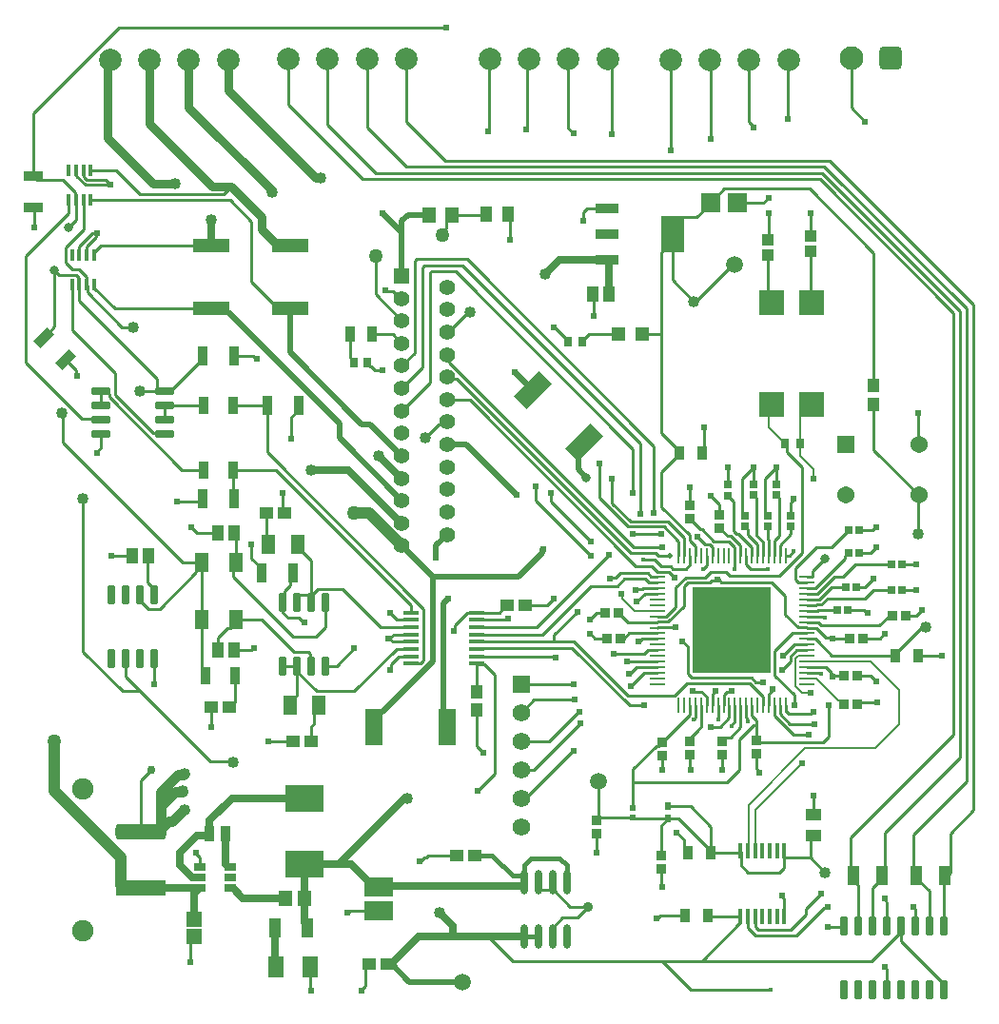
<source format=gbr>
G04*
G04 #@! TF.GenerationSoftware,Altium Limited,Altium Designer,25.2.1 (25)*
G04*
G04 Layer_Physical_Order=1*
G04 Layer_Color=255*
%FSLAX25Y25*%
%MOIN*%
G70*
G04*
G04 #@! TF.SameCoordinates,93333BF9-B9FA-480E-9F15-3530D08D3613*
G04*
G04*
G04 #@! TF.FilePolarity,Positive*
G04*
G01*
G75*
%ADD16C,0.01000*%
%ADD18R,0.04758X0.03985*%
%ADD19O,0.02362X0.08661*%
%ADD20R,0.08465X0.12795*%
%ADD21R,0.08465X0.03740*%
G04:AMPARAMS|DCode=22|XSize=62.99mil|YSize=125.98mil|CornerRadius=0mil|HoleSize=0mil|Usage=FLASHONLY|Rotation=315.000|XOffset=0mil|YOffset=0mil|HoleType=Round|Shape=Rectangle|*
%AMROTATEDRECTD22*
4,1,4,-0.06681,-0.02227,0.02227,0.06681,0.06681,0.02227,-0.02227,-0.06681,-0.06681,-0.02227,0.0*
%
%ADD22ROTATEDRECTD22*%

%ADD23R,0.03963X0.05544*%
%ADD24R,0.05800X0.01400*%
%ADD25R,0.04724X0.05709*%
%ADD26R,0.06299X0.12598*%
%ADD27R,0.09055X0.08661*%
%ADD28R,0.04134X0.07087*%
%ADD29R,0.01797X0.03928*%
%ADD30R,0.04724X0.04724*%
%ADD31R,0.02894X0.03394*%
G04:AMPARAMS|DCode=32|XSize=271.65mil|YSize=303.15mil|CornerRadius=1.36mil|HoleSize=0mil|Usage=FLASHONLY|Rotation=180.000|XOffset=0mil|YOffset=0mil|HoleType=Round|Shape=RoundedRectangle|*
%AMROUNDEDRECTD32*
21,1,0.27165,0.30043,0,0,180.0*
21,1,0.26894,0.30315,0,0,180.0*
1,1,0.00272,-0.13447,0.15022*
1,1,0.00272,0.13447,0.15022*
1,1,0.00272,0.13447,-0.15022*
1,1,0.00272,-0.13447,-0.15022*
%
%ADD32ROUNDEDRECTD32*%
G04:AMPARAMS|DCode=33|XSize=9.84mil|YSize=51.18mil|CornerRadius=1.97mil|HoleSize=0mil|Usage=FLASHONLY|Rotation=180.000|XOffset=0mil|YOffset=0mil|HoleType=Round|Shape=RoundedRectangle|*
%AMROUNDEDRECTD33*
21,1,0.00984,0.04724,0,0,180.0*
21,1,0.00591,0.05118,0,0,180.0*
1,1,0.00394,-0.00295,0.02362*
1,1,0.00394,0.00295,0.02362*
1,1,0.00394,0.00295,-0.02362*
1,1,0.00394,-0.00295,-0.02362*
%
%ADD33ROUNDEDRECTD33*%
G04:AMPARAMS|DCode=34|XSize=9.84mil|YSize=51.18mil|CornerRadius=1.97mil|HoleSize=0mil|Usage=FLASHONLY|Rotation=270.000|XOffset=0mil|YOffset=0mil|HoleType=Round|Shape=RoundedRectangle|*
%AMROUNDEDRECTD34*
21,1,0.00984,0.04724,0,0,270.0*
21,1,0.00591,0.05118,0,0,270.0*
1,1,0.00394,-0.02362,-0.00295*
1,1,0.00394,-0.02362,0.00295*
1,1,0.00394,0.02362,0.00295*
1,1,0.00394,0.02362,-0.00295*
%
%ADD34ROUNDEDRECTD34*%
%ADD35R,0.06693X0.03740*%
%ADD36R,0.02362X0.02953*%
%ADD37R,0.03740X0.06693*%
%ADD38R,0.04724X0.06890*%
%ADD39R,0.04921X0.07087*%
G04:AMPARAMS|DCode=40|XSize=25.59mil|YSize=64.96mil|CornerRadius=1.92mil|HoleSize=0mil|Usage=FLASHONLY|Rotation=180.000|XOffset=0mil|YOffset=0mil|HoleType=Round|Shape=RoundedRectangle|*
%AMROUNDEDRECTD40*
21,1,0.02559,0.06112,0,0,180.0*
21,1,0.02175,0.06496,0,0,180.0*
1,1,0.00384,-0.01088,0.03056*
1,1,0.00384,0.01088,0.03056*
1,1,0.00384,0.01088,-0.03056*
1,1,0.00384,-0.01088,-0.03056*
%
%ADD40ROUNDEDRECTD40*%
%ADD41R,0.03985X0.04758*%
%ADD42R,0.03543X0.06102*%
%ADD43R,0.03740X0.06693*%
%ADD44R,0.02953X0.03543*%
%ADD45R,0.03740X0.05709*%
G04:AMPARAMS|DCode=46|XSize=25.59mil|YSize=64.96mil|CornerRadius=1.92mil|HoleSize=0mil|Usage=FLASHONLY|Rotation=90.000|XOffset=0mil|YOffset=0mil|HoleType=Round|Shape=RoundedRectangle|*
%AMROUNDEDRECTD46*
21,1,0.02559,0.06112,0,0,90.0*
21,1,0.02175,0.06496,0,0,90.0*
1,1,0.00384,0.03056,0.01088*
1,1,0.00384,0.03056,-0.01088*
1,1,0.00384,-0.03056,-0.01088*
1,1,0.00384,-0.03056,0.01088*
%
%ADD46ROUNDEDRECTD46*%
G04:AMPARAMS|DCode=47|XSize=37.4mil|YSize=66.93mil|CornerRadius=0mil|HoleSize=0mil|Usage=FLASHONLY|Rotation=315.000|XOffset=0mil|YOffset=0mil|HoleType=Round|Shape=Rectangle|*
%AMROTATEDRECTD47*
4,1,4,-0.03689,-0.01044,0.01044,0.03689,0.03689,0.01044,-0.01044,-0.03689,-0.03689,-0.01044,0.0*
%
%ADD47ROTATEDRECTD47*%

%ADD48R,0.12828X0.04550*%
%ADD49R,0.04331X0.05315*%
%ADD50R,0.03568X0.03563*%
%ADD51R,0.03563X0.03568*%
%ADD52R,0.02648X0.02816*%
%ADD53R,0.02816X0.02648*%
%ADD54R,0.04182X0.04560*%
%ADD55R,0.03765X0.04749*%
%ADD56R,0.06905X0.07111*%
%ADD57R,0.04134X0.04134*%
%ADD58R,0.05339X0.07316*%
G04:AMPARAMS|DCode=59|XSize=43.31mil|YSize=23.62mil|CornerRadius=2.01mil|HoleSize=0mil|Usage=FLASHONLY|Rotation=0.000|XOffset=0mil|YOffset=0mil|HoleType=Round|Shape=RoundedRectangle|*
%AMROUNDEDRECTD59*
21,1,0.04331,0.01961,0,0,0.0*
21,1,0.03929,0.02362,0,0,0.0*
1,1,0.00402,0.01965,-0.00980*
1,1,0.00402,-0.01965,-0.00980*
1,1,0.00402,-0.01965,0.00980*
1,1,0.00402,0.01965,0.00980*
%
%ADD59ROUNDEDRECTD59*%
G04:AMPARAMS|DCode=60|XSize=55.12mil|YSize=177.17mil|CornerRadius=13.78mil|HoleSize=0mil|Usage=FLASHONLY|Rotation=270.000|XOffset=0mil|YOffset=0mil|HoleType=Round|Shape=RoundedRectangle|*
%AMROUNDEDRECTD60*
21,1,0.05512,0.14961,0,0,270.0*
21,1,0.02756,0.17717,0,0,270.0*
1,1,0.02756,-0.07480,-0.01378*
1,1,0.02756,-0.07480,0.01378*
1,1,0.02756,0.07480,0.01378*
1,1,0.02756,0.07480,-0.01378*
%
%ADD60ROUNDEDRECTD60*%
%ADD61R,0.17717X0.05512*%
%ADD62R,0.03740X0.05315*%
%ADD63R,0.10261X0.06704*%
%ADD64R,0.01772X0.05807*%
%ADD65R,0.02254X0.02423*%
%ADD66R,0.03150X0.03740*%
%ADD67R,0.05733X0.05426*%
%ADD68R,0.05315X0.03937*%
%ADD69R,0.13500X0.09500*%
%ADD70R,0.04331X0.06693*%
%ADD71R,0.04921X0.05709*%
%ADD101C,0.06181*%
%ADD102R,0.06181X0.06181*%
%ADD105R,0.06063X0.06063*%
%ADD106C,0.06063*%
%ADD108C,0.03200*%
%ADD110C,0.02400*%
%ADD113C,0.04000*%
%ADD116C,0.03500*%
%ADD117C,0.02000*%
%ADD118C,0.02500*%
%ADD119C,0.01500*%
%ADD120C,0.00850*%
%ADD121C,0.03000*%
%ADD122C,0.00800*%
%ADD123C,0.04000*%
%ADD124C,0.08268*%
G04:AMPARAMS|DCode=125|XSize=82.68mil|YSize=82.68mil|CornerRadius=20.67mil|HoleSize=0mil|Usage=FLASHONLY|Rotation=180.000|XOffset=0mil|YOffset=0mil|HoleType=Round|Shape=RoundedRectangle|*
%AMROUNDEDRECTD125*
21,1,0.08268,0.04134,0,0,180.0*
21,1,0.04134,0.08268,0,0,180.0*
1,1,0.04134,-0.02067,0.02067*
1,1,0.04134,0.02067,0.02067*
1,1,0.04134,0.02067,-0.02067*
1,1,0.04134,-0.02067,-0.02067*
%
%ADD125ROUNDEDRECTD125*%
%ADD126C,0.07874*%
%ADD127R,0.05492X0.05492*%
%ADD128C,0.05492*%
%ADD129C,0.05906*%
%ADD130C,0.07480*%
%ADD131C,0.03000*%
%ADD132C,0.03600*%
%ADD133C,0.01600*%
%ADD134C,0.02000*%
%ADD135C,0.01968*%
%ADD136C,0.05000*%
D16*
X185129Y42799D02*
X189933D01*
X123870Y9248D02*
Y17000D01*
X45276Y81276D02*
X49000Y85000D01*
X45276Y63342D02*
Y81276D01*
X143000Y53000D02*
X143379D01*
X144647Y54268D01*
X145268D01*
X146000Y55000D02*
X156000D01*
X145268Y54268D02*
X146000Y55000D01*
X198232Y33232D02*
X202000Y37000D01*
X193031Y33232D02*
X198232D01*
X189500Y29701D02*
X193031Y33232D01*
X189500Y26551D02*
Y29701D01*
X195732Y37000D02*
X202000D01*
X189933Y42799D02*
X195732Y37000D01*
X184500Y43429D02*
X185129Y42799D01*
X184500Y43429D02*
Y45449D01*
X294110Y316890D02*
Y334150D01*
Y316890D02*
X299000Y312000D01*
X238000Y8000D02*
X266000D01*
X228000Y18000D02*
X238000Y8000D01*
X228000Y18000D02*
X241908D01*
X138261Y311939D02*
X151795Y298406D01*
X110702Y310798D02*
X127700Y293800D01*
X124482Y310018D02*
X138094Y296406D01*
X96923Y317777D02*
X122900Y291800D01*
X283200D02*
X330000Y245000D01*
X284028Y293800D02*
X332200Y245628D01*
X138094Y296406D02*
X284695D01*
X151795Y298406D02*
X286494D01*
X127700Y293800D02*
X284028D01*
X122900Y291800D02*
X283200D01*
X286494Y298406D02*
X337000Y247900D01*
X284695Y296406D02*
X334500Y246600D01*
X200401Y277399D02*
Y280268D01*
X201688Y281555D01*
X231500Y256500D02*
X239000Y249000D01*
X239550D01*
X252550Y262000D01*
X253100D01*
X231500Y256500D02*
Y270335D01*
X201688Y281555D02*
X208665D01*
X203744Y251500D02*
X204000Y251244D01*
Y244000D02*
Y251244D01*
X174700Y270600D02*
Y278643D01*
X173844Y279500D02*
X174700Y278643D01*
X190327Y240000D02*
X195077Y235250D01*
X190000Y240000D02*
X190327D01*
X326500Y46500D02*
X328800Y48800D01*
X138261Y311939D02*
Y333800D01*
X315992Y48000D02*
Y62392D01*
Y48000D02*
X321500Y42492D01*
X124482Y310018D02*
Y333800D01*
X306004Y48000D02*
Y63004D01*
X301500Y43496D02*
X306004Y48000D01*
X110702Y310798D02*
Y333800D01*
X293996Y46917D02*
Y61296D01*
X96923Y317777D02*
Y333800D01*
X7600Y315035D02*
X37465Y344900D01*
X152300D01*
X7800Y275000D02*
Y281688D01*
X7600Y281888D02*
X7800Y281688D01*
X7600Y292912D02*
Y315035D01*
X100779Y146178D02*
X105000D01*
X105092D01*
X139831Y134941D02*
X140000D01*
X129257D02*
X139831D01*
X163000Y93200D02*
X165400Y90800D01*
X163000Y93200D02*
Y105843D01*
X163200Y77600D02*
X169200Y83600D01*
Y118300D01*
X163031Y121946D02*
X165554D01*
X169200Y118300D01*
X162831Y122146D02*
X163031Y121946D01*
X205600Y67829D02*
Y80900D01*
X144900Y201100D02*
X149692Y205892D01*
X151640D01*
X152500Y206752D01*
Y238248D02*
X152924D01*
X160076Y245400D01*
X160500D01*
X205600Y67829D02*
X206084Y68313D01*
X205000Y67229D02*
X205600Y67829D01*
X227500Y202957D02*
Y237500D01*
X328800Y48800D02*
Y62600D01*
X337000Y70800D02*
Y247900D01*
X328800Y62600D02*
X337000Y70800D01*
X334500Y80900D02*
Y246600D01*
X315992Y62392D02*
X334500Y80900D01*
X306004Y63004D02*
X332200Y89200D01*
Y245628D01*
X330000Y97300D02*
Y245000D01*
X293996Y61296D02*
X330000Y97300D01*
X20000Y280000D02*
Y284572D01*
X25118Y279266D02*
Y284572D01*
X27677D02*
X76428D01*
X22720Y292980D02*
Y294839D01*
Y292980D02*
X25800Y289900D01*
X25279Y292415D02*
Y294839D01*
X22530Y277530D02*
Y284542D01*
X263207Y283500D02*
X265107Y285400D01*
X265125D01*
X265000Y270440D02*
X265125Y270565D01*
X254130Y283500D02*
X263207D01*
X265125Y270565D02*
Y280000D01*
X280000Y271815D02*
Y280000D01*
X227500Y266335D02*
X231500Y270335D01*
Y272500D01*
X195077Y235000D02*
Y235250D01*
X199923Y235000D02*
Y235250D01*
X202173Y237500D01*
X212500D01*
X220768D02*
X227500D01*
Y266335D01*
X178500Y105000D02*
X183000Y109500D01*
X197300D01*
X188382Y95000D02*
X198582Y105200D01*
X178500Y95000D02*
X188382D01*
X198582Y105200D02*
X198800D01*
X182900Y85000D02*
X199100Y101200D01*
X178500Y85000D02*
X182900D01*
X317500Y125000D02*
X326000D01*
X296364Y108000D02*
X297064Y108700D01*
X303100D01*
X152275Y277538D02*
X154137Y279400D01*
X152275Y274457D02*
Y277538D01*
X151000Y273182D02*
X152275Y274457D01*
X151000Y272100D02*
Y273182D01*
X166256Y279400D02*
X166357Y279500D01*
X154137Y279400D02*
X166256D01*
X166095Y279762D02*
X166357Y279500D01*
X7600Y292912D02*
X8970Y291542D01*
X18014D01*
X22398Y287157D01*
Y284733D02*
Y287157D01*
Y284733D02*
X22559Y284572D01*
X25800Y289900D02*
X34500D01*
X22559Y295000D02*
X22720Y294839D01*
X34500Y289900D02*
Y290072D01*
X33036Y291536D02*
X34500Y290072D01*
X26157Y291536D02*
X33036D01*
X25279Y292415D02*
X26157Y291536D01*
X25118Y295000D02*
X25279Y294839D01*
X269000Y49000D02*
X270504Y50504D01*
Y56394D01*
X258000Y49000D02*
X269000D01*
X227500Y65335D02*
X230000Y67835D01*
X233658D01*
X230000Y72165D02*
X237835D01*
X217739Y68074D02*
X229761D01*
X105874Y105638D02*
X107736Y107500D01*
X97500D02*
Y108583D01*
X65000Y168000D02*
X72244D01*
X63000Y170000D02*
X65000Y168000D01*
X95000Y175657D02*
X95657Y175000D01*
X95000Y175657D02*
Y182000D01*
X100118Y162989D02*
Y164072D01*
Y162989D02*
X105000Y158107D01*
X105874Y100961D02*
Y105638D01*
X90000Y95000D02*
X98686D01*
X100000Y111083D02*
Y119409D01*
X106909Y112500D01*
X260000Y184884D02*
Y191000D01*
X256000Y187000D02*
X260000Y191000D01*
X256000Y175378D02*
X256176Y175202D01*
Y174708D02*
X257000Y173884D01*
X256176Y174708D02*
Y175202D01*
X256000Y175378D02*
Y187000D01*
X278131Y36131D02*
X283500Y41500D01*
X278131Y34131D02*
Y36131D01*
X273029Y29030D02*
X278131Y34131D01*
X122500Y7879D02*
X123870Y9248D01*
X122500Y7500D02*
Y7879D01*
X305621Y132500D02*
X306000D01*
X304121Y131000D02*
X305621Y132500D01*
X298364Y131000D02*
X304121D01*
X237500Y177500D02*
Y183771D01*
X287359Y125000D02*
X309429D01*
X31378Y212500D02*
Y217500D01*
X102121Y136500D02*
X102500D01*
X100497Y138124D02*
X102121Y136500D01*
X96876Y138124D02*
X100497D01*
X311500Y28154D02*
Y30122D01*
Y24847D02*
Y28154D01*
X326500Y7878D02*
Y9847D01*
X311500Y24847D02*
X326500Y9847D01*
X286000Y30000D02*
X291378D01*
X296364Y118000D02*
X301000D01*
X303000Y116000D01*
X299621Y140000D02*
X300000D01*
X298621Y141000D02*
X299621Y140000D01*
X292884Y141000D02*
X298621D01*
X299000Y149000D02*
X302000Y152000D01*
X296000Y149000D02*
X299000D01*
X270000Y40621D02*
Y41000D01*
Y40621D02*
X270677Y39944D01*
Y33433D02*
Y39944D01*
X281000Y69087D02*
Y76000D01*
X233000Y63000D02*
X235547Y60453D01*
Y57382D02*
Y60453D01*
Y57382D02*
X236929Y56000D01*
X162831Y112326D02*
X163000Y112157D01*
X162831Y112326D02*
Y122146D01*
X120000Y112500D02*
X134764Y127264D01*
X139831D01*
X106909Y112500D02*
X120000D01*
X113878Y121378D02*
X120000Y127500D01*
X115827Y148370D02*
X129257Y134941D01*
X205000Y56000D02*
Y62500D01*
X228000Y85000D02*
Y90000D01*
X237500Y85879D02*
Y90136D01*
Y85879D02*
X238000Y85379D01*
X249000Y85000D02*
Y90136D01*
X238000Y85000D02*
Y85379D01*
X132314Y131000D02*
X132379D01*
X132000D02*
X132314D01*
X133491Y129823D01*
X139831D01*
X132379Y131000D02*
X133761Y132382D01*
X162831Y137500D02*
X173121D01*
X173621Y138000D01*
X174000D01*
X133761Y132382D02*
X139831D01*
X143194Y122346D02*
X144231Y123383D01*
X140031Y122346D02*
X143194D01*
X144231Y123383D02*
Y141380D01*
X131000Y253000D02*
X131268Y252732D01*
X133420D01*
X136093Y250059D01*
X136752D01*
X84000Y158965D02*
Y164000D01*
Y158965D02*
X87488Y155476D01*
Y154000D02*
Y155476D01*
X95658Y147659D02*
X97739Y149739D01*
X95658Y144281D02*
Y147659D01*
X95000Y143622D02*
X95658Y144281D01*
X97739Y153227D02*
X98512Y154000D01*
X97739Y149739D02*
Y153227D01*
X77500Y152500D02*
Y156496D01*
X78504Y157500D01*
X66496Y137500D02*
Y157500D01*
X64535Y155539D02*
X66496Y157500D01*
X95029Y139971D02*
Y143593D01*
Y139971D02*
X96876Y138124D01*
X106500Y131500D02*
X110000Y135000D01*
Y143622D01*
X98500Y131500D02*
X106500D01*
X77500Y152500D02*
X98500Y131500D01*
X98000Y208512D02*
X100512Y211024D01*
X98000Y201000D02*
Y208512D01*
X95000Y143622D02*
X95029Y143593D01*
X78504Y137500D02*
X87500D01*
X98874Y126126D02*
X103874D01*
X87500Y137500D02*
X98874Y126126D01*
X100512Y211024D02*
Y212500D01*
X29903Y272903D02*
X30000Y273000D01*
X29732Y272732D02*
X29903Y272903D01*
X29732Y271732D02*
Y272732D01*
X26280Y265214D02*
Y268280D01*
X29732Y271732D01*
X23720Y268344D02*
X28279Y272903D01*
X23720Y265214D02*
Y268344D01*
X28279Y272903D02*
X29903D01*
X28839Y266280D02*
X31087Y268529D01*
X70000D01*
X22732Y223268D02*
X23000Y223000D01*
X22732Y223268D02*
Y224768D01*
X18897Y228603D02*
X22732Y224768D01*
X18897Y228603D02*
Y228603D01*
X235307Y278473D02*
X239945D01*
X264176Y174708D02*
X265000Y173884D01*
X264000Y175378D02*
X264176Y175202D01*
X264000Y187000D02*
X268000Y191000D01*
X264176Y174708D02*
Y175202D01*
X264000Y175378D02*
Y187000D01*
X274000Y179621D02*
Y180000D01*
X273000Y178621D02*
X274000Y179621D01*
X273000Y174000D02*
Y178621D01*
X268000Y184884D02*
Y191000D01*
X251000Y184768D02*
Y191000D01*
X245000Y181000D02*
X248000Y178000D01*
Y174364D02*
Y178000D01*
X228000Y44000D02*
Y44379D01*
X227500Y44879D02*
X228000Y44379D01*
X227500Y44879D02*
Y50271D01*
X262000Y84000D02*
Y84379D01*
X261000Y85379D02*
X262000Y84379D01*
X261000Y85379D02*
Y90636D01*
X317000Y139000D02*
X319000Y141000D01*
X313364Y139000D02*
X317000D01*
X311884Y148000D02*
X317000D01*
X311884Y157000D02*
X317000D01*
X301000Y161000D02*
X303000Y163000D01*
X296884Y161000D02*
X301000D01*
X302621Y170000D02*
X303000D01*
X301621Y169000D02*
X302621Y170000D01*
X297000Y169000D02*
X301621D01*
X226000Y33000D02*
X226379D01*
X227379Y34000D01*
X235965D01*
X306000Y15621D02*
Y16000D01*
Y15621D02*
X306500Y15121D01*
Y7878D02*
Y15121D01*
X291378Y30000D02*
X291500Y30122D01*
X77756Y168000D02*
X78504Y167252D01*
Y157500D02*
Y167252D01*
X127224Y225000D02*
X130000D01*
X125996Y226228D02*
X127224Y225000D01*
X125701Y226228D02*
X125996D01*
X124724Y227205D02*
X125701Y226228D01*
X124724Y227205D02*
Y227500D01*
X85621Y229000D02*
X86000D01*
X84621Y230000D02*
X85621Y229000D01*
X78012Y230000D02*
X84621D01*
X65988Y179000D02*
X66988Y180000D01*
X58000Y179000D02*
X65988D01*
X30000Y196000D02*
Y196379D01*
X31378Y197757D01*
Y202500D01*
X5000Y227500D02*
X24716Y207784D01*
X317500Y210000D02*
X317648Y209852D01*
Y199006D02*
Y209852D01*
Y199006D02*
X317795Y198858D01*
X242035Y196000D02*
X242500Y196465D01*
Y205000D01*
X202500Y132500D02*
X202879D01*
X204379Y131000D01*
X208636D01*
X204998Y139998D02*
X207769D01*
X202500Y137500D02*
X204998Y139998D01*
X207769D02*
X207771Y140000D01*
X187500Y142500D02*
X190000Y145000D01*
X180000Y142500D02*
X187500D01*
X173300D02*
X173686D01*
X170859Y140059D02*
X173300Y142500D01*
X162831Y140059D02*
X170859D01*
X132500Y140000D02*
X135000Y137500D01*
X139831D01*
X132500Y120000D02*
X132768Y120268D01*
Y122041D01*
X135431Y124705D01*
X139831D01*
X70000Y100000D02*
Y106843D01*
X69843Y107000D02*
X70000Y106843D01*
X84621Y127500D02*
X85000D01*
X84121Y127000D02*
X84621Y127500D01*
X77756Y127000D02*
X84121D01*
X50000Y115000D02*
Y123878D01*
X35000Y160000D02*
X42244D01*
X47500Y159744D02*
X47756Y160000D01*
X47500Y150591D02*
Y159744D01*
Y150591D02*
X50000Y148091D01*
Y146122D02*
Y148091D01*
X18074Y199426D02*
X60000Y157500D01*
X18074Y199426D02*
Y209426D01*
X60000Y157500D02*
X66496D01*
X110000Y121378D02*
X113878D01*
X117500Y35000D02*
X117879D01*
X118606Y35728D01*
X128558D01*
X62500Y17500D02*
Y24984D01*
X64000Y26484D01*
X105000Y7500D02*
Y7879D01*
X104508Y8371D02*
X105000Y7879D01*
X104508Y8371D02*
Y16000D01*
X206084Y68313D02*
X217500D01*
X227500Y55000D02*
Y65335D01*
X233965Y195508D02*
Y196000D01*
X227500Y202957D02*
X233965Y196492D01*
Y196000D02*
Y196492D01*
X217500Y68313D02*
X217739Y68074D01*
X229761D02*
X230000Y67835D01*
X245000Y56492D02*
Y65000D01*
X233658Y67835D02*
X245000Y56492D01*
Y56000D02*
Y56492D01*
X237835Y72165D02*
X245000Y65000D01*
Y56000D02*
X254937D01*
X255323Y56386D01*
Y56567D01*
X279837Y60837D02*
X281000Y62000D01*
X279837Y54163D02*
Y60837D01*
X255496Y51504D02*
Y56394D01*
Y51504D02*
X258000Y49000D01*
X255323Y56567D02*
X255496Y56394D01*
X270504D02*
X270677Y56567D01*
Y54549D02*
X271063Y54163D01*
X279837D01*
X285000Y49000D01*
X241908Y18000D02*
X301346D01*
X311500Y28154D01*
X260664Y27029D02*
X275046D01*
X284749Y36732D01*
X260614Y29908D02*
X261493Y29030D01*
X273029D01*
X258055Y29639D02*
X260664Y27029D01*
X285732Y36732D02*
X286000Y37000D01*
X284749Y36732D02*
X285732D01*
X257882Y33433D02*
X258055Y33260D01*
Y29639D02*
Y33260D01*
X316000Y36621D02*
Y37000D01*
Y36621D02*
X316500Y36121D01*
Y30122D02*
Y36121D01*
X241908Y18000D02*
X255323Y31415D01*
X175445Y18000D02*
X228000D01*
X306268Y38946D02*
Y39732D01*
X306500Y30122D02*
Y38714D01*
X306000Y40000D02*
X306268Y39732D01*
Y38946D02*
X306500Y38714D01*
X260441Y33433D02*
X260614Y33260D01*
Y29908D02*
Y33260D01*
X326500Y30122D02*
Y46500D01*
X321500Y30122D02*
Y42492D01*
X296500Y30122D02*
Y44413D01*
X293996Y46917D02*
X296500Y44413D01*
X301500Y30122D02*
Y43496D01*
X255323Y31415D02*
Y33433D01*
X244035Y34000D02*
X244602Y33433D01*
X255323D01*
X167000Y26445D02*
X175445Y18000D01*
X302000Y196937D02*
X317795Y181142D01*
X302000Y196937D02*
Y213000D01*
X105000Y146178D02*
Y158107D01*
Y143622D02*
Y146178D01*
X89343Y164611D02*
X89882Y164072D01*
X89343Y164611D02*
Y175000D01*
X92500Y190000D02*
X139831Y142669D01*
Y140059D02*
Y142669D01*
X77716Y190000D02*
X92500D01*
X120000Y227500D02*
Y227795D01*
X118661Y229134D02*
X120000Y227795D01*
X118661Y229134D02*
Y237500D01*
X126339D02*
X133563D01*
X136752Y234311D01*
X127500Y251437D02*
X136752Y242185D01*
X127500Y251437D02*
Y265000D01*
X66988Y228524D02*
Y230000D01*
X65618Y227153D02*
X66988Y228524D01*
X65244Y227153D02*
X65618D01*
X55590Y217500D02*
X65244Y227153D01*
X53622Y217500D02*
X55590D01*
X11103Y236397D02*
Y236397D01*
X15000Y240295D01*
Y260000D01*
X5000Y265000D02*
X20000Y280000D01*
X5000Y227500D02*
Y265000D01*
X24716Y207784D02*
X31094D01*
X31378Y207500D01*
X89488Y196124D02*
X144231Y141380D01*
X89488Y196124D02*
Y212500D01*
X100000Y145399D02*
X100779Y146178D01*
X95000Y121378D02*
X100000D01*
X105092Y146178D02*
X107284Y148370D01*
X115827D01*
X139831Y122146D02*
X140031Y122346D01*
X78504Y136417D02*
Y137500D01*
X76543Y134457D02*
X78504Y136417D01*
X75543Y134457D02*
X76543D01*
X72244Y131158D02*
X75543Y134457D01*
X72244Y127000D02*
Y131158D01*
X64535Y154121D02*
Y155539D01*
X51788Y141374D02*
X64535Y154121D01*
X47780Y141374D02*
X51788D01*
X45000Y144153D02*
X47780Y141374D01*
X45000Y144153D02*
Y146122D01*
X25118Y279266D02*
X25118Y279266D01*
Y274154D02*
Y279266D01*
X18763Y267799D02*
X25118Y274154D01*
X20000Y275000D02*
X22530Y277530D01*
X18763Y262629D02*
Y267799D01*
Y262629D02*
X21142Y260250D01*
X23510D01*
X26119Y257641D01*
Y254947D02*
Y257641D01*
Y254947D02*
X26280Y254786D01*
X15069Y259931D02*
X16750Y258250D01*
X22681D01*
X23560Y257371D01*
Y254947D02*
Y257371D01*
Y254947D02*
X23720Y254786D01*
X22530Y284542D02*
X22559Y284572D01*
X17500Y210000D02*
X18074Y209426D01*
X26280Y254786D02*
X26440Y254626D01*
Y252201D02*
Y254626D01*
Y252201D02*
X38641Y240000D01*
X42500D01*
X36088Y246472D02*
X70000D01*
X28839Y253720D02*
X36088Y246472D01*
X23720Y249378D02*
X51066Y222032D01*
X23720Y249378D02*
Y254786D01*
X51066Y218280D02*
Y222032D01*
Y218280D02*
X51846Y217500D01*
X45000D02*
X51846D01*
X25000Y126281D02*
Y180000D01*
Y126281D02*
X38781Y112500D01*
X45000D01*
X69713Y87787D01*
X21161Y238839D02*
X36201Y223799D01*
Y216299D02*
Y223799D01*
X21161Y238839D02*
Y254786D01*
X36201Y216299D02*
X49543Y202957D01*
X53165D02*
X53622Y202500D01*
X49543Y202957D02*
X53165D01*
X40000Y117500D02*
X45000Y112500D01*
X69713Y87787D02*
X77213D01*
X40000Y117500D02*
Y123878D01*
X77213Y87787D02*
X77500Y87500D01*
X309429Y125492D02*
X318249Y134312D01*
X319727D01*
X320301Y134886D01*
X317500Y167500D02*
X317648Y167648D01*
Y180994D01*
X317795Y181142D01*
X76428Y284572D02*
X84000Y277000D01*
Y255833D02*
X93361Y246472D01*
X84000Y255833D02*
Y277000D01*
X76224Y107000D02*
X76543D01*
X76157D02*
X76224D01*
X76543D02*
X78216Y108673D01*
Y118000D01*
X67783D02*
Y119280D01*
X66496Y120567D02*
X67783Y119280D01*
X66496Y120567D02*
Y137500D01*
X76224Y107000D02*
X77716Y108492D01*
X66996Y118787D02*
X67783Y118000D01*
X100000Y119409D02*
Y121378D01*
X97500Y108583D02*
X100000Y111083D01*
X105000Y95000D02*
Y100087D01*
X105874Y100961D01*
X88039Y173696D02*
X89343Y175000D01*
X77716Y180295D02*
X78012Y180000D01*
X77716Y180295D02*
Y190000D01*
Y212500D02*
X89488D01*
X53622D02*
X67283D01*
X104543Y121835D02*
X105000Y121378D01*
X103874Y126126D02*
X104543Y125457D01*
Y121835D02*
Y125457D01*
X100000Y143622D02*
Y145399D01*
X31378Y217500D02*
X33346D01*
X34126Y216721D01*
Y215460D02*
Y216721D01*
Y215460D02*
X59586Y190000D01*
X67283D01*
X93361Y246472D02*
X97500D01*
X28839Y253720D02*
Y254786D01*
Y265214D02*
Y266280D01*
D18*
X156000Y55000D02*
D03*
X162314D02*
D03*
X125343Y17000D02*
D03*
X131657D02*
D03*
X89343Y175000D02*
D03*
X95657D02*
D03*
X105000Y95000D02*
D03*
X98686D02*
D03*
X180000Y142500D02*
D03*
X173686D02*
D03*
X69843Y107000D02*
D03*
X76157D02*
D03*
D19*
X179500Y26551D02*
D03*
X184500D02*
D03*
X189500D02*
D03*
X194500D02*
D03*
X179500Y45449D02*
D03*
X184500D02*
D03*
X189500D02*
D03*
X194500D02*
D03*
D20*
X231500Y272500D02*
D03*
D21*
X208665Y263445D02*
D03*
Y272500D02*
D03*
Y281555D02*
D03*
D22*
X200748Y199652D02*
D03*
X182652Y217748D02*
D03*
D23*
X173844Y279500D02*
D03*
X166357D02*
D03*
D24*
X162831Y140059D02*
D03*
Y137500D02*
D03*
Y134941D02*
D03*
Y132382D02*
D03*
Y129823D02*
D03*
Y127264D02*
D03*
Y124705D02*
D03*
Y122146D02*
D03*
X139831D02*
D03*
Y124705D02*
D03*
Y127264D02*
D03*
Y129823D02*
D03*
Y132382D02*
D03*
Y134941D02*
D03*
Y137500D02*
D03*
Y140059D02*
D03*
D25*
X146263Y279400D02*
D03*
X154137D02*
D03*
D26*
X126905Y100000D02*
D03*
X152495D02*
D03*
D27*
X266329Y248433D02*
D03*
Y213000D02*
D03*
X280108D02*
D03*
Y248433D02*
D03*
D28*
X305020Y48000D02*
D03*
X294980D02*
D03*
X316976D02*
D03*
X327016D02*
D03*
D29*
X27677Y295000D02*
D03*
X25118D02*
D03*
X22559D02*
D03*
X20000D02*
D03*
Y284572D02*
D03*
X22559D02*
D03*
X25118D02*
D03*
X27677D02*
D03*
X28839Y254786D02*
D03*
X26280D02*
D03*
X23720D02*
D03*
X21161D02*
D03*
Y265214D02*
D03*
X23720D02*
D03*
X26280D02*
D03*
X28839D02*
D03*
D30*
X220768Y237500D02*
D03*
X212500D02*
D03*
D31*
X199923Y235000D02*
D03*
X195077D02*
D03*
D32*
X252401Y133747D02*
D03*
D33*
X271101Y107566D02*
D03*
X269133D02*
D03*
X267164D02*
D03*
X265196D02*
D03*
X263227D02*
D03*
X261259D02*
D03*
X259290D02*
D03*
X257322D02*
D03*
X255353D02*
D03*
X253385D02*
D03*
X251416D02*
D03*
X249448D02*
D03*
X247479D02*
D03*
X245511D02*
D03*
X243542D02*
D03*
X241574D02*
D03*
X239605D02*
D03*
X237637D02*
D03*
X235668D02*
D03*
X233700D02*
D03*
Y159928D02*
D03*
X235668D02*
D03*
X237637D02*
D03*
X239605D02*
D03*
X241574D02*
D03*
X243542D02*
D03*
X245511D02*
D03*
X247479D02*
D03*
X249448D02*
D03*
X251416D02*
D03*
X253385D02*
D03*
X255353D02*
D03*
X257322D02*
D03*
X259290D02*
D03*
X261259D02*
D03*
X263227D02*
D03*
X265196D02*
D03*
X267164D02*
D03*
X269133D02*
D03*
X271101D02*
D03*
D34*
X226220Y115046D02*
D03*
Y117015D02*
D03*
Y118983D02*
D03*
Y120952D02*
D03*
Y122920D02*
D03*
Y124889D02*
D03*
Y126857D02*
D03*
Y128826D02*
D03*
Y130794D02*
D03*
Y132763D02*
D03*
Y134731D02*
D03*
Y136700D02*
D03*
Y138668D02*
D03*
Y140637D02*
D03*
Y142605D02*
D03*
Y144574D02*
D03*
Y146542D02*
D03*
Y148511D02*
D03*
Y150479D02*
D03*
Y152448D02*
D03*
X278582D02*
D03*
Y150479D02*
D03*
Y148511D02*
D03*
Y146542D02*
D03*
Y144574D02*
D03*
Y142605D02*
D03*
Y140637D02*
D03*
Y138668D02*
D03*
Y136700D02*
D03*
Y134731D02*
D03*
Y132763D02*
D03*
Y130794D02*
D03*
Y128826D02*
D03*
Y126857D02*
D03*
Y124889D02*
D03*
Y122920D02*
D03*
Y120952D02*
D03*
Y118983D02*
D03*
Y117015D02*
D03*
Y115046D02*
D03*
D35*
X7600Y292912D02*
D03*
Y281888D02*
D03*
D36*
X230000Y72165D02*
D03*
Y67835D02*
D03*
D37*
X98512Y154000D02*
D03*
X87488D02*
D03*
X66988Y230000D02*
D03*
X78012D02*
D03*
D38*
X100118Y164072D02*
D03*
X89882D02*
D03*
X97500Y107500D02*
D03*
X107736D02*
D03*
D39*
X78504Y137500D02*
D03*
X66496D02*
D03*
Y157500D02*
D03*
X78504D02*
D03*
D40*
X35000Y123878D02*
D03*
X40000D02*
D03*
X45000D02*
D03*
X50000D02*
D03*
X35000Y146122D02*
D03*
X40000D02*
D03*
X45000D02*
D03*
X50000D02*
D03*
X95000Y121378D02*
D03*
X100000D02*
D03*
X105000D02*
D03*
X110000D02*
D03*
X95000Y143622D02*
D03*
X100000D02*
D03*
X105000D02*
D03*
X110000D02*
D03*
X291500Y7878D02*
D03*
X296500D02*
D03*
X301500D02*
D03*
X306500D02*
D03*
X311500D02*
D03*
X316500D02*
D03*
X321500D02*
D03*
X326500D02*
D03*
X291500Y30122D02*
D03*
X296500D02*
D03*
X301500D02*
D03*
X306500D02*
D03*
X311500D02*
D03*
X316500D02*
D03*
X321500D02*
D03*
X326500D02*
D03*
D41*
X163000Y105843D02*
D03*
Y112157D02*
D03*
D42*
X77716Y212500D02*
D03*
X67283D02*
D03*
X77716Y190000D02*
D03*
X67283D02*
D03*
X78216Y118000D02*
D03*
X67783D02*
D03*
D43*
X100512Y212500D02*
D03*
X89488D02*
D03*
X66988Y180000D02*
D03*
X78012D02*
D03*
D44*
X120000Y227500D02*
D03*
X124724D02*
D03*
D45*
X118661Y237500D02*
D03*
X126339D02*
D03*
D46*
X53622Y202500D02*
D03*
Y207500D02*
D03*
Y212500D02*
D03*
Y217500D02*
D03*
X31378Y202500D02*
D03*
Y207500D02*
D03*
Y212500D02*
D03*
Y217500D02*
D03*
D47*
X18897Y228603D02*
D03*
X11103Y236397D02*
D03*
D48*
X70000Y268529D02*
D03*
Y246472D02*
D03*
X97500D02*
D03*
Y268529D02*
D03*
D49*
X72244Y168000D02*
D03*
X77756D02*
D03*
X42244Y160000D02*
D03*
X47756D02*
D03*
X209256Y251500D02*
D03*
X203744D02*
D03*
X72244Y127000D02*
D03*
X77756D02*
D03*
D50*
X237500Y172771D02*
D03*
Y177500D02*
D03*
X249000Y90136D02*
D03*
Y94864D02*
D03*
X261000Y90636D02*
D03*
Y95364D02*
D03*
X228000Y90000D02*
D03*
Y94729D02*
D03*
X237500Y90136D02*
D03*
Y94864D02*
D03*
X248000Y174364D02*
D03*
Y169635D02*
D03*
X205000Y62500D02*
D03*
Y67229D02*
D03*
X227500Y50271D02*
D03*
Y55000D02*
D03*
D51*
X291636Y118000D02*
D03*
X296364D02*
D03*
X207771Y140000D02*
D03*
X212500D02*
D03*
X208636Y131000D02*
D03*
X213364D02*
D03*
X298364D02*
D03*
X293636D02*
D03*
X313364Y139000D02*
D03*
X308636D02*
D03*
X296364Y108000D02*
D03*
X291636D02*
D03*
D52*
X260000Y181116D02*
D03*
Y184884D02*
D03*
X265000Y170116D02*
D03*
Y173884D02*
D03*
X257000Y170116D02*
D03*
Y173884D02*
D03*
X251000Y181000D02*
D03*
Y184768D02*
D03*
X273000Y170232D02*
D03*
Y174000D02*
D03*
X268000Y181116D02*
D03*
Y184884D02*
D03*
D53*
X289116Y141000D02*
D03*
X292884D02*
D03*
X308116Y148000D02*
D03*
X311884D02*
D03*
X292232Y149000D02*
D03*
X296000D02*
D03*
X308116Y157000D02*
D03*
X311884D02*
D03*
X293116Y161000D02*
D03*
X296884D02*
D03*
X293232Y169000D02*
D03*
X297000D02*
D03*
D54*
X302000Y213000D02*
D03*
Y219512D02*
D03*
D55*
X309429Y125000D02*
D03*
X317500D02*
D03*
X242035Y196000D02*
D03*
X233965D02*
D03*
X236929Y56000D02*
D03*
X245000D02*
D03*
X235965Y34000D02*
D03*
X244035D02*
D03*
D56*
X244870Y283500D02*
D03*
X254130D02*
D03*
D57*
X280000Y266500D02*
D03*
Y271815D02*
D03*
X265000Y265125D02*
D03*
Y270440D02*
D03*
D58*
X92492Y16000D02*
D03*
X104508D02*
D03*
D59*
X76630Y50980D02*
D03*
Y47240D02*
D03*
Y43500D02*
D03*
X66000Y50980D02*
D03*
Y47240D02*
D03*
Y43500D02*
D03*
D60*
X45276Y63342D02*
D03*
D61*
Y43657D02*
D03*
D62*
X69095Y62500D02*
D03*
X75000D02*
D03*
D63*
X128558Y44000D02*
D03*
Y35728D02*
D03*
D64*
X255323Y33433D02*
D03*
X257882D02*
D03*
X260441D02*
D03*
X263000D02*
D03*
X265559D02*
D03*
X268118D02*
D03*
X270677D02*
D03*
Y56567D02*
D03*
X268118D02*
D03*
X265559D02*
D03*
X263000D02*
D03*
X260441D02*
D03*
X257882D02*
D03*
X255323D02*
D03*
D65*
X217500Y68313D02*
D03*
Y71687D02*
D03*
D66*
X276315Y199190D02*
D03*
X271000D02*
D03*
D67*
X64000Y26484D02*
D03*
Y32500D02*
D03*
D68*
X281000Y69087D02*
D03*
Y62000D02*
D03*
D69*
X102500Y52000D02*
D03*
Y75000D02*
D03*
D70*
X92291Y29500D02*
D03*
X103709D02*
D03*
D71*
X102693Y40000D02*
D03*
X96000D02*
D03*
D101*
X178500Y65000D02*
D03*
Y75000D02*
D03*
Y85000D02*
D03*
Y95000D02*
D03*
Y105000D02*
D03*
D102*
Y115000D02*
D03*
D105*
X292205Y198858D02*
D03*
D106*
X317795D02*
D03*
X292205Y181142D02*
D03*
X317795D02*
D03*
D108*
X201300Y187200D02*
D03*
X285000Y159000D02*
D03*
X20000Y275000D02*
D03*
X15000Y260000D02*
D03*
D110*
X143000Y53000D02*
D03*
X155000Y133700D02*
D03*
X189000Y182000D02*
D03*
X299000Y312000D02*
D03*
X272000Y313000D02*
D03*
X260000Y310000D02*
D03*
X245000Y306000D02*
D03*
X231000Y302000D02*
D03*
X210400Y307581D02*
D03*
X200401Y277399D02*
D03*
X204000Y244000D02*
D03*
X197000Y307800D02*
D03*
X180400Y309200D02*
D03*
X174700Y270600D02*
D03*
X183625Y184244D02*
D03*
X176300Y224100D02*
D03*
X190000Y240000D02*
D03*
X166800Y308700D02*
D03*
X7800Y275000D02*
D03*
X152300Y344900D02*
D03*
X232200Y152400D02*
D03*
X148700Y159200D02*
D03*
X152800Y144800D02*
D03*
X165400Y90800D02*
D03*
X163200Y77600D02*
D03*
X177000Y181100D02*
D03*
X210400Y186900D02*
D03*
X186100Y162400D02*
D03*
X218500Y147900D02*
D03*
X219000Y143800D02*
D03*
X213600Y146500D02*
D03*
X209600Y152000D02*
D03*
X217500Y181800D02*
D03*
X206000Y192100D02*
D03*
X209200Y160100D02*
D03*
X203000Y160000D02*
D03*
X198100Y140400D02*
D03*
X203000Y165000D02*
D03*
X130000Y280000D02*
D03*
X265125D02*
D03*
Y285400D02*
D03*
X280000Y280000D02*
D03*
X197300Y109500D02*
D03*
X198800Y105200D02*
D03*
X199100Y101200D02*
D03*
X216975Y114400D02*
D03*
X219600Y129900D02*
D03*
X238700Y112690D02*
D03*
X252100D02*
D03*
X246600D02*
D03*
X270187Y124912D02*
D03*
X263300Y115700D02*
D03*
X281400Y101000D02*
D03*
X286400Y107675D02*
D03*
X274100Y107500D02*
D03*
X279300Y97100D02*
D03*
X281000Y105200D02*
D03*
X227500Y167500D02*
D03*
X217500D02*
D03*
X240200Y166500D02*
D03*
X228000Y163000D02*
D03*
X224900Y174875D02*
D03*
X220400Y174700D02*
D03*
X215600Y122875D02*
D03*
X211000Y125500D02*
D03*
X216100Y118600D02*
D03*
X190600Y124400D02*
D03*
X326000Y125000D02*
D03*
X266700Y113200D02*
D03*
X303100Y108700D02*
D03*
X280000Y111800D02*
D03*
X276800Y87400D02*
D03*
X197000Y91700D02*
D03*
X245000Y100000D02*
D03*
X34500Y289900D02*
D03*
X247400Y151500D02*
D03*
X63000Y170000D02*
D03*
X283500Y41500D02*
D03*
X122500Y7500D02*
D03*
X287500Y131000D02*
D03*
X306000Y132500D02*
D03*
X237500Y183771D02*
D03*
X270033Y120000D02*
D03*
X280800Y187000D02*
D03*
X102500Y136500D02*
D03*
X64500Y56000D02*
D03*
X232500Y135000D02*
D03*
X287500Y117500D02*
D03*
X303000Y116000D02*
D03*
X270000Y41000D02*
D03*
X281000Y76000D02*
D03*
X233000Y63000D02*
D03*
X120000Y127500D02*
D03*
X205000Y56000D02*
D03*
X228000Y85000D02*
D03*
X249000D02*
D03*
X238000D02*
D03*
X132000Y131000D02*
D03*
X174000Y138000D02*
D03*
X131000Y253000D02*
D03*
X84000Y164000D02*
D03*
X98000Y201000D02*
D03*
X30000Y273000D02*
D03*
X23000Y223000D02*
D03*
X274000Y180000D02*
D03*
X268000Y191000D02*
D03*
X260000D02*
D03*
X251000D02*
D03*
X245000Y181000D02*
D03*
X302000Y152000D02*
D03*
X300000Y140000D02*
D03*
X228000Y44000D02*
D03*
X262000Y84000D02*
D03*
X303000Y170000D02*
D03*
Y163000D02*
D03*
X319000Y141000D02*
D03*
X317000Y148000D02*
D03*
Y157000D02*
D03*
X226000Y33000D02*
D03*
X306000Y16000D02*
D03*
X286000Y30000D02*
D03*
X95000Y182000D02*
D03*
X130000Y225000D02*
D03*
X86000Y229000D02*
D03*
X58000Y179000D02*
D03*
X30000Y196000D02*
D03*
X317500Y210000D02*
D03*
X242500Y205000D02*
D03*
X202500Y132500D02*
D03*
Y137500D02*
D03*
X190000Y145000D02*
D03*
X132500Y140000D02*
D03*
Y120000D02*
D03*
X70000Y100000D02*
D03*
X85000Y127500D02*
D03*
X50000Y115000D02*
D03*
X35000Y160000D02*
D03*
X90000Y95000D02*
D03*
X117500Y35000D02*
D03*
X62500Y17500D02*
D03*
X105000Y7500D02*
D03*
X235000Y130000D02*
D03*
X286000Y37000D02*
D03*
X197000Y115000D02*
D03*
X316000Y37000D02*
D03*
X306000Y40000D02*
D03*
X221500Y107500D02*
D03*
D113*
X239000Y249000D02*
D03*
X187000Y258500D02*
D03*
X144900Y201100D02*
D03*
X160500Y245400D02*
D03*
X138500Y75000D02*
D03*
X57400Y290100D02*
D03*
X108200Y292200D02*
D03*
X91200Y287400D02*
D03*
X60500Y71000D02*
D03*
Y83500D02*
D03*
X60000Y77500D02*
D03*
X285000Y49000D02*
D03*
X150000Y35000D02*
D03*
X70000Y277500D02*
D03*
X105000Y190000D02*
D03*
X17500Y210000D02*
D03*
X42500Y240000D02*
D03*
X45000Y217500D02*
D03*
X25000Y180000D02*
D03*
X77500Y87500D02*
D03*
X320301Y134886D02*
D03*
X317500Y167500D02*
D03*
X128500Y195000D02*
D03*
D116*
X52912Y64876D02*
X54990Y66955D01*
X56319D01*
X60365Y71000D02*
X60500D01*
X56319Y66955D02*
X60365Y71000D01*
X58404Y83404D02*
X60404D01*
X52256Y77256D02*
X58404Y83404D01*
X60404D02*
X60500Y83500D01*
X57404Y77404D02*
X59904D01*
X60000Y77500D01*
X52256Y72256D02*
X57404Y77404D01*
X52256Y65532D02*
Y72256D01*
Y77256D01*
D117*
X133130Y16897D02*
Y17000D01*
X151300Y143300D02*
X152800Y144800D01*
X151300Y101195D02*
Y143300D01*
Y101195D02*
X152495Y100000D01*
X176300Y224100D02*
X182652Y217748D01*
X198521Y190088D02*
Y197425D01*
Y190088D02*
X201300Y187308D01*
X198521Y197425D02*
X200748Y199652D01*
X201300Y187200D02*
Y187308D01*
X148700Y163582D02*
X152500Y167382D01*
X148700Y159200D02*
Y163582D01*
X136752Y257933D02*
Y273248D01*
X129054Y105299D02*
X129997D01*
X147697Y122999D01*
X126905Y103150D02*
X129054Y105299D01*
X147697Y122999D02*
Y152500D01*
X126905Y100000D02*
Y103150D01*
X186023Y162323D02*
X186100Y162400D01*
X182500Y157500D02*
Y157500D01*
X186023Y161023D01*
Y162323D01*
X177500Y152500D02*
X182500Y157500D01*
X152500Y198878D02*
X159222D01*
X177000Y181100D01*
X147697Y152500D02*
X177500D01*
X133130Y16897D02*
X139328Y10700D01*
X157900D01*
X138900Y279400D02*
X146263D01*
X130000Y280000D02*
X136752Y273248D01*
Y277252D01*
X138900Y279400D01*
X136752Y163445D02*
X147697Y152500D01*
X70000Y246472D02*
X71275Y245196D01*
X75860D01*
X122567Y206041D02*
X125652D01*
X97500Y231109D02*
X122567Y206041D01*
X114854Y201091D02*
X136752Y179193D01*
X114854Y201091D02*
Y206203D01*
X75860Y245196D02*
X114854Y206203D01*
X97500Y231109D02*
Y246472D01*
X125652Y206041D02*
X136752Y194941D01*
D118*
X126559Y44221D02*
X128779D01*
X167000Y26445D02*
X179431D01*
X179500Y44346D02*
Y45449D01*
X179431Y44278D02*
X179500Y44346D01*
X128836Y44278D02*
X179431D01*
X191945Y263445D02*
X208665D01*
X187000Y258500D02*
X191945Y263445D01*
X137500Y75000D02*
X138500D01*
X114500Y52000D02*
X137500Y75000D01*
X150000Y35000D02*
X154736Y30264D01*
X70000Y268529D02*
Y277500D01*
X105000Y190000D02*
X118071D01*
X136752Y171319D01*
X59000Y56000D02*
X64939Y61939D01*
X68533D01*
X69283Y67142D02*
X77140Y75000D01*
X102500D01*
X69283Y62688D02*
Y67142D01*
X59000Y51569D02*
X63260Y47309D01*
X68533Y61939D02*
X69095Y62500D01*
X69283Y62688D01*
X59000Y51569D02*
Y56000D01*
X154736Y26445D02*
Y30264D01*
Y26445D02*
X167000D01*
X209256Y251500D02*
Y262854D01*
X208665Y263445D02*
X209256Y262854D01*
X102500Y52000D02*
X114500D01*
X118780D01*
X142472Y26445D02*
X154736D01*
X133130Y17103D02*
X142472Y26445D01*
X118780Y52000D02*
X126559Y44221D01*
X128779D02*
X128836Y44278D01*
X64000Y32500D02*
Y41500D01*
X65085Y42585D01*
Y43431D01*
X65153Y43500D01*
X66000D01*
X92392Y16100D02*
X92492Y16000D01*
X92392Y16100D02*
Y29400D01*
X92291Y29500D02*
X92392Y29400D01*
X103709Y29500D02*
Y30681D01*
X102693Y31697D02*
X103709Y30681D01*
X102693Y31697D02*
Y40000D01*
X76630Y43500D02*
X77476D01*
X80976Y40000D01*
X96000D01*
X102693D02*
Y51807D01*
X102500Y52000D02*
X102693Y51807D01*
X75783Y50980D02*
X76630D01*
X75000Y51764D02*
X75783Y50980D01*
X75000Y51764D02*
Y62500D01*
X63260Y47309D02*
X65931D01*
X66000Y47240D01*
X45276Y43657D02*
X64996D01*
X65153Y43500D01*
X128500Y195000D02*
X128659D01*
X136592Y187067D01*
X136752D01*
D119*
X162314Y55000D02*
X168404D01*
X175555Y47848D01*
X179102D01*
X179500Y47450D01*
Y45449D02*
Y47450D01*
Y51500D01*
X194500Y45449D02*
Y51500D01*
X192000Y54000D02*
X194500Y51500D01*
X182000Y54000D02*
X192000D01*
X179500Y51500D02*
X182000Y54000D01*
X179500Y26551D02*
X184500D01*
D120*
X155297Y135581D02*
X159500Y139784D01*
X155000Y133700D02*
X155297Y133997D01*
Y135581D01*
X159500Y139784D02*
X162556D01*
X189000Y179000D02*
X203000Y165000D01*
X189000Y179000D02*
Y182000D01*
X152500Y222500D02*
X152993Y222007D01*
X217000Y161000D02*
X225569D01*
X160635Y214477D02*
X218712Y156400D01*
X152649Y214477D02*
X160635D01*
X155993Y222007D02*
X217000Y161000D01*
X152993Y222007D02*
X155993D01*
X218712Y156400D02*
X224406D01*
X272069Y333531D02*
X272139Y333600D01*
X272069Y313069D02*
Y333531D01*
X272000Y313000D02*
X272069Y313069D01*
X258359Y311859D02*
Y333600D01*
Y311859D02*
X260000Y310218D01*
Y310000D02*
Y310218D01*
X244580Y333600D02*
X244790Y333390D01*
Y306210D02*
Y333390D01*
Y306210D02*
X245000Y306000D01*
X230800Y333600D02*
X230900Y333500D01*
Y302100D02*
Y333500D01*
Y302100D02*
X231000Y302000D01*
X208859Y334000D02*
X210103Y332756D01*
Y307877D02*
Y332756D01*
Y307877D02*
X210400Y307581D01*
X195080Y309720D02*
Y334000D01*
Y309720D02*
X197000Y307800D01*
X180697Y333397D02*
X181300Y334000D01*
X180697Y309497D02*
Y333397D01*
X180400Y309200D02*
X180697Y309497D01*
X167097Y333576D02*
X167520Y334000D01*
X167097Y308997D02*
Y333576D01*
X166800Y308700D02*
X167097Y308997D01*
X183700Y179300D02*
Y184169D01*
X183625Y184244D02*
X183700Y184169D01*
X227702Y156250D02*
X230865D01*
X225327Y158625D02*
X227702Y156250D01*
X221225Y158625D02*
X225327D01*
X230865Y156250D02*
X231715Y155400D01*
X236091D01*
X232099Y152400D02*
X232200D01*
X218000Y163000D02*
X228000D01*
X224406Y156400D02*
X226406Y154400D01*
X230099D02*
X232099Y152400D01*
X226406Y154400D02*
X230099D01*
X153388Y227612D02*
X218000Y163000D01*
X225569Y161000D02*
X226669Y159900D01*
X230600D01*
X236091Y155400D02*
X237585Y156894D01*
X224152Y152448D02*
X226220D01*
X214612Y151900D02*
X221816D01*
X211716Y152297D02*
X213219Y153800D01*
X224085Y152515D02*
X224152Y152448D01*
X212087Y149375D02*
X214612Y151900D01*
X223000Y153800D02*
X224085Y152715D01*
Y152515D02*
Y152715D01*
X213219Y153800D02*
X223000D01*
X221816Y151900D02*
X223185Y150531D01*
X237585Y156894D02*
Y159877D01*
X232500Y148788D02*
X236087Y152375D01*
X242975D01*
X236829Y150500D02*
X244671D01*
X232500Y141923D02*
Y148788D01*
X235504Y149176D02*
X236829Y150500D01*
X235504Y142311D02*
Y149176D01*
X287466Y118000D02*
X287500D01*
X291636D01*
X253333Y159928D02*
X253385Y159877D01*
X253333Y159928D02*
Y162962D01*
X253385Y155688D02*
Y159877D01*
X253100Y155403D02*
X253385Y155688D01*
X253100Y155200D02*
Y155403D01*
X242975Y152375D02*
X244800Y154200D01*
X251500Y152800D02*
X268968D01*
X277000Y160832D01*
X250100Y154200D02*
X251500Y152800D01*
X244800Y154200D02*
X250100D01*
X258968Y155299D02*
X264801D01*
X264900Y155200D01*
X162556Y139784D02*
X162631Y139859D01*
X152500Y230374D02*
X153388Y229486D01*
Y227612D02*
Y229486D01*
X183700Y179300D02*
X203000Y160000D01*
X159502Y263798D02*
X225000Y198300D01*
X158000Y261500D02*
X220400Y199100D01*
X155500Y259500D02*
X217600Y197400D01*
X144498Y261500D02*
X158000D01*
X206000Y180171D02*
Y192100D01*
X210400Y178388D02*
Y186900D01*
X217600Y181900D02*
Y197400D01*
X220400Y174700D02*
Y199100D01*
X225000Y174975D02*
Y198300D01*
X224900Y174875D02*
X225000Y174975D01*
X141818Y263798D02*
X159502D01*
X287250Y118216D02*
Y119050D01*
X278582Y120952D02*
X285348D01*
X287500Y117500D02*
Y118000D01*
X287250Y118216D02*
X287466Y118000D01*
X285348Y120952D02*
X287250Y119050D01*
X278588Y138674D02*
X284123D01*
X284597Y138200D01*
X284800D01*
X278582Y134731D02*
X278588Y134725D01*
X278530Y134783D02*
X278582Y134731D01*
X285365Y131297D02*
X287203D01*
X281806Y142657D02*
X281904Y142755D01*
X282891Y144605D02*
X287286Y149000D01*
X281904Y142755D02*
X283657D01*
X278582Y142605D02*
X278633Y142657D01*
X284485Y140905D02*
X284580Y141000D01*
X282671Y140905D02*
X284485D01*
X281936Y134725D02*
X285365Y131297D01*
X278588Y134725D02*
X281936D01*
X287203Y131297D02*
X287500Y131000D01*
X278582Y138668D02*
X278588Y138674D01*
X278582Y144574D02*
X278613Y144605D01*
X304057Y135600D02*
X307457Y139000D01*
X282402Y140637D02*
X282671Y140905D01*
X278613Y144605D02*
X282891D01*
X283678Y135600D02*
X304057D01*
X283657Y142755D02*
X285902Y145000D01*
X278633Y142657D02*
X281806D01*
X278582Y140637D02*
X282402D01*
X282578Y136700D02*
X283678Y135600D01*
X250357Y96221D02*
X251821D01*
X255353Y99753D02*
Y107566D01*
X251821Y96221D02*
X255353Y99753D01*
X252200Y100603D02*
X253385Y101788D01*
Y107566D01*
X252200Y100400D02*
Y100603D01*
X283172Y118983D02*
X283526Y118629D01*
X283566D01*
X278582Y118983D02*
X283172D01*
X284580Y141000D02*
X289116D01*
X278582Y136700D02*
X282578D01*
X249000Y94864D02*
X250357Y96221D01*
X251416Y103204D02*
Y107566D01*
X248212Y100000D02*
X251416Y103204D01*
X245000Y100000D02*
X248212D01*
X247531Y102669D02*
Y107515D01*
X247479Y107566D02*
X247531Y107515D01*
Y102669D02*
X247600Y102600D01*
X247819Y151500D02*
X248619Y150700D01*
X266123D02*
X271021Y145803D01*
X248619Y150700D02*
X266123D01*
X247400Y151500D02*
X247819D01*
X251296Y165000D02*
X253333Y162962D01*
X257373Y156894D02*
X258968Y155299D01*
X247103Y151203D02*
X247400Y151500D01*
X242300Y155100D02*
Y155303D01*
X243491Y156494D01*
Y159877D01*
X218500Y147900D02*
X218797Y148197D01*
X221105Y148505D02*
X226214D01*
X218797Y148197D02*
X220796D01*
X221105Y148505D01*
X226168Y150531D02*
X226220Y150479D01*
X223185Y150531D02*
X226168D01*
X219016Y143800D02*
X221758Y146542D01*
X219000Y143800D02*
X219016D01*
X212500Y139998D02*
X213857Y138641D01*
X213859D01*
X215800Y136700D01*
X212500Y139998D02*
Y140000D01*
X215800Y136700D02*
X226220D01*
X221758Y146542D02*
X226220D01*
X209897Y152297D02*
X211716D01*
X209600Y152000D02*
X209897Y152297D01*
X202772Y149375D02*
X212087D01*
X185779Y132382D02*
X202772Y149375D01*
X217500Y181800D02*
X217600Y181900D01*
X210400Y178388D02*
X216788Y172000D01*
X206000Y180171D02*
X216021Y170150D01*
X184041Y134941D02*
X209200Y160100D01*
X163000Y134941D02*
X184041D01*
X163000Y132382D02*
X185779D01*
X190000Y132300D02*
X198100Y140400D01*
X27677Y295000D02*
X36656D01*
X74375Y286675D02*
X76825Y289125D01*
X36656Y295000D02*
X44981Y286675D01*
X74375D01*
X279520Y288480D02*
X302000Y266000D01*
X244870Y283603D02*
X249747Y288480D01*
X279520D01*
X244870Y283500D02*
Y283603D01*
Y283397D02*
Y283500D01*
X302000Y219512D02*
Y266000D01*
X190000Y129823D02*
Y132300D01*
X219600Y129900D02*
X220019D01*
X220914Y130794D01*
X216975Y114400D02*
X217000D01*
X221583Y118983D01*
X220914Y130794D02*
X226220D01*
X243514Y107594D02*
Y110577D01*
X241698Y112393D02*
X243514Y110577D01*
Y107594D02*
X243542Y107566D01*
X238997Y112393D02*
X241698D01*
X238700Y112690D02*
X238997Y112393D01*
X250441D02*
X251803D01*
X252100Y112690D01*
X245511Y107566D02*
Y111400D01*
X246600Y112489D02*
Y112690D01*
X245511Y111400D02*
X246600Y112489D01*
X249448Y111400D02*
X250441Y112393D01*
X249448Y107566D02*
Y111400D01*
X270187Y124912D02*
X270365D01*
X274278Y128826D01*
X259271Y117165D02*
X260736Y115700D01*
X263300D01*
X272716Y101000D02*
X281400D01*
X269184Y104532D02*
X272716Y101000D01*
X286400Y96700D02*
Y107675D01*
X271101Y107566D02*
X271168Y107499D01*
Y105432D02*
Y107499D01*
Y105432D02*
X272100Y104500D01*
X279881D02*
X280581Y105200D01*
X272100Y104500D02*
X279881D01*
X280581Y105200D02*
X281000D01*
X274100Y107500D02*
Y111094D01*
X274000Y97100D02*
X279300D01*
X265196Y107566D02*
Y111400D01*
X266700Y112904D01*
Y113200D01*
X263219Y107617D02*
Y110600D01*
X258505Y115315D02*
X263219Y110600D01*
X226214Y148505D02*
X226220Y148511D01*
X217500Y167500D02*
X227500D01*
X237502Y172771D02*
X241148Y169125D01*
X241913D01*
X246038Y165000D01*
X242788Y163912D02*
X244509D01*
X240200Y166500D02*
X242788Y163912D01*
X237467Y165333D02*
X239554Y163246D01*
Y159979D02*
Y163246D01*
X237467Y165333D02*
Y167149D01*
X227700Y176916D02*
X237467Y167149D01*
X227700Y176916D02*
Y189243D01*
X244509Y163912D02*
X245459Y162962D01*
Y159979D02*
Y162962D01*
Y159979D02*
X245511Y159928D01*
X246038Y165000D02*
X251296D01*
X216021Y170150D02*
X228562D01*
X233700Y165013D01*
Y159928D02*
Y165013D01*
X216788Y172000D02*
X230000D01*
X235617Y166383D01*
Y159979D02*
Y166383D01*
Y159979D02*
X235668Y159928D01*
X216572Y107428D02*
X221427D01*
X196309Y127691D02*
X216572Y107428D01*
X165804Y127691D02*
X196309D01*
X197065Y129823D02*
X215913Y110975D01*
X218087D01*
X190000Y129823D02*
X197065D01*
X218087Y110975D02*
X218112Y111000D01*
X232183D01*
X215623Y122898D02*
X226197D01*
X215600Y122875D02*
X215623Y122898D01*
X226197D02*
X226220Y122920D01*
X211000Y125500D02*
X221712D01*
X216519Y118600D02*
X218820Y120900D01*
X226168D01*
X216100Y118600D02*
X216519D01*
X221583Y118983D02*
X226220D01*
X232183Y111000D02*
X236497Y115315D01*
X163000Y124705D02*
X163152Y124552D01*
X190448D02*
X190600Y124400D01*
X163152Y124552D02*
X190448D01*
X177000Y115000D02*
X178500D01*
X197000D01*
X179881Y75000D02*
X196581Y91700D01*
X238307Y117165D02*
X259271D01*
X261000Y95364D02*
X261889Y94475D01*
X284175D01*
X286400Y96700D01*
X267216Y103884D02*
X274000Y97100D01*
X267216Y103884D02*
Y107515D01*
X267164Y107566D02*
X267216Y107515D01*
X178500Y75000D02*
X179881D01*
X196581Y91700D02*
X197000D01*
X239000Y102500D02*
Y102541D01*
X239554Y107515D02*
X239605Y107566D01*
Y103146D02*
Y107566D01*
X239000Y102541D02*
X239605Y103146D01*
X237585Y104312D02*
Y107515D01*
X258000Y102000D02*
Y102419D01*
X257322Y103098D02*
Y107566D01*
Y103098D02*
X258000Y102419D01*
X228002Y94729D02*
X237585Y104312D01*
X269184Y104532D02*
Y107515D01*
X269133Y107566D02*
X269184Y107515D01*
X278633Y148562D02*
X281616D01*
X237500Y96043D02*
X237598D01*
X241574Y100117D02*
Y107566D01*
X226271Y134783D02*
X232283D01*
X257373Y156894D02*
Y159877D01*
X271101Y159928D02*
X272428D01*
X226271Y136751D02*
X229945D01*
X259290Y103922D02*
Y107566D01*
X278633Y146594D02*
X282263D01*
X226314Y138720D02*
X229297D01*
X278582Y152448D02*
X280452D01*
X216306Y132763D02*
X226220D01*
X226263D01*
X278633Y130743D02*
X281616D01*
X267408Y117785D02*
X274100Y111094D01*
X279000Y248433D02*
X280000Y249433D01*
X244671Y150500D02*
X245374Y151203D01*
X247103D01*
X287500Y131000D02*
X293636D01*
X217500Y80500D02*
Y85081D01*
X250500Y80500D02*
X255000Y85000D01*
X217500Y71687D02*
Y80500D01*
X250500D01*
X237585Y159877D02*
X237637Y159928D01*
X239554Y159979D02*
X239582Y159952D01*
X253000Y168528D02*
X253916Y167612D01*
X254589D01*
X253000Y168528D02*
Y179000D01*
X248002Y169635D02*
X250788Y166850D01*
X252062D01*
X255302Y163610D01*
X237500Y172771D02*
X237502D01*
X227700Y189243D02*
X233965Y195508D01*
X280452Y152448D02*
X280519Y152515D01*
Y154519D01*
X285000Y159000D01*
X272798Y124633D02*
X274971Y126806D01*
X267408Y117785D02*
Y126421D01*
X276448Y126806D02*
X276499Y126857D01*
X272798Y122764D02*
Y124633D01*
X276499Y126857D02*
X278582D01*
X267408Y126421D02*
X273750Y132763D01*
X270033Y120000D02*
X272798Y122764D01*
X273750Y132763D02*
X278582D01*
X274971Y126806D02*
X276448D01*
X282566Y129793D02*
X287359Y125000D01*
X282566Y129793D02*
Y129793D01*
X53622Y207500D02*
Y212500D01*
X64500Y55581D02*
Y56000D01*
Y55581D02*
X66000Y54081D01*
Y50980D02*
Y54081D01*
X257322Y159928D02*
X257373Y159877D01*
X232283Y134783D02*
X232500Y135000D01*
X226220Y134731D02*
X226271Y134783D01*
X229945Y136751D02*
X235504Y142311D01*
X272428Y159928D02*
X274000Y161500D01*
X259290Y103922D02*
X261000Y102212D01*
Y100247D02*
Y102212D01*
X260022Y100522D02*
X260726D01*
X255000Y85000D02*
Y95500D01*
X260022Y100522D01*
X260726D02*
X261000Y100247D01*
X239945Y278473D02*
X244870Y283397D01*
X236802Y118670D02*
X238307Y117165D01*
X236802Y118670D02*
Y128198D01*
X235000Y130000D02*
X236802Y128198D01*
X274278Y128826D02*
X278582D01*
X236497Y115315D02*
X258505D01*
X275548Y134783D02*
X278530D01*
X271021Y139310D02*
Y145803D01*
Y139310D02*
X275548Y134783D01*
X243491Y159877D02*
X243542Y159928D01*
X226643Y93372D02*
X228000Y94729D01*
X240126Y98669D02*
X241574Y100117D01*
X221712Y125500D02*
X223018Y126806D01*
X226168D02*
X226220Y126857D01*
X223018Y126806D02*
X226168D01*
X229297Y138720D02*
X232500Y141923D01*
X226220Y136700D02*
X226271Y136751D01*
X277000Y160832D02*
Y191000D01*
X225792Y93372D02*
X226643D01*
X217500Y85081D02*
X225792Y93372D01*
X281616Y148562D02*
X292000Y158947D01*
Y159968D02*
X293032Y161000D01*
X292000Y158947D02*
Y159968D01*
X287147Y163000D02*
X293147Y169000D01*
X274598Y151481D02*
Y155598D01*
X282000Y163000D01*
X287147D01*
X276448Y150531D02*
X276499Y150479D01*
X278582D01*
X275548Y150531D02*
X276448D01*
X287286Y149000D02*
X292232D01*
X288170Y152500D02*
X291131D01*
X282263Y146594D02*
X288170Y152500D01*
X261000Y95364D02*
Y100247D01*
X237585Y107515D02*
X237637Y107566D01*
X254589Y167612D02*
X259239Y162962D01*
X255302Y159979D02*
Y163610D01*
Y159979D02*
X255353Y159928D01*
X248000Y169635D02*
X248002D01*
X251983Y180017D02*
X253000Y179000D01*
X259239Y159979D02*
Y162962D01*
X251000Y180916D02*
X251899Y180017D01*
X251000Y180916D02*
Y181000D01*
X251899Y180017D02*
X251983D01*
X259239Y159979D02*
X259290Y159928D01*
X261259D02*
Y163892D01*
X257899Y167252D02*
X261259Y163892D01*
X257899Y167252D02*
Y169217D01*
X257000Y170116D02*
X257899Y169217D01*
X260000Y181116D02*
X260899Y180217D01*
Y179736D02*
X261000Y179635D01*
Y167053D02*
X263227Y164826D01*
X260899Y179736D02*
Y180217D01*
X261000Y167053D02*
Y179635D01*
X263227Y159928D02*
Y164826D01*
X265196Y159928D02*
Y165474D01*
X265000Y165670D02*
X265196Y165474D01*
X265000Y165670D02*
Y170116D01*
X267164Y159928D02*
Y165164D01*
X268899Y179736D02*
X269000Y179635D01*
X267164Y165164D02*
X269000Y167000D01*
X268000Y181116D02*
X268899Y180217D01*
Y179736D02*
Y180217D01*
X269000Y167000D02*
Y179635D01*
X273000Y167549D02*
Y170232D01*
X269184Y163733D02*
X273000Y167549D01*
X269184Y159979D02*
Y163733D01*
X269133Y159928D02*
X269184Y159979D01*
X274598Y151481D02*
X275548Y150531D01*
X293147Y169000D02*
X293232D01*
X285902Y145000D02*
X299000D01*
X278582Y148511D02*
X278633Y148562D01*
X293032Y161000D02*
X293116D01*
X278582Y146542D02*
X278633Y146594D01*
X291131Y152500D02*
X295631Y157000D01*
X308116D01*
X302000Y148000D02*
X308116D01*
X299000Y145000D02*
X302000Y148000D01*
X265000Y265125D02*
Y266500D01*
Y248654D02*
Y265125D01*
X280000Y249433D02*
Y266500D01*
X265000Y248654D02*
X265220Y248433D01*
X271000Y199000D02*
X271647Y198353D01*
Y196353D02*
Y198353D01*
Y196353D02*
X277000Y191000D01*
X221427Y107428D02*
X221500Y107500D01*
X240126Y98571D02*
Y98669D01*
X237598Y96043D02*
X240126Y98571D01*
X226168Y120900D02*
X226220Y120952D01*
X163106Y127539D02*
X165652D01*
X162831Y127264D02*
X163106Y127539D01*
X165652D02*
X165804Y127691D01*
X136752Y210689D02*
X146500Y220437D01*
Y259002D01*
X136752Y218563D02*
X144000Y225811D01*
Y261002D01*
X146998Y259500D02*
X155500D01*
X146500Y259002D02*
X146998Y259500D01*
X144000Y261002D02*
X144498Y261500D01*
X141320Y263300D02*
X141818Y263798D01*
X141320Y231005D02*
Y263300D01*
X136752Y226437D02*
X141320Y231005D01*
X152500Y214626D02*
X152649Y214477D01*
X281616Y130743D02*
X282566Y129793D01*
X226263Y138668D02*
X226314Y138720D01*
X214543Y131000D02*
X216306Y132763D01*
X163000Y129823D02*
X190000D01*
D121*
X75800Y322979D02*
Y333500D01*
Y322979D02*
X106579Y292200D01*
X62020Y317074D02*
Y333500D01*
Y317074D02*
X91200Y287895D01*
X48241Y311169D02*
Y333500D01*
X33602Y332641D02*
X34461Y333500D01*
X33602Y306122D02*
Y332641D01*
X48241Y311169D02*
X70285Y289125D01*
X76825D02*
X87500Y278450D01*
Y274390D02*
X93361Y268529D01*
X87500Y274390D02*
Y278450D01*
X70285Y289125D02*
X76825D01*
X33602Y306122D02*
X49624Y290100D01*
X57400D01*
X91200Y287400D02*
Y287895D01*
X106579Y292200D02*
X108200D01*
D122*
X265220Y205075D02*
Y213000D01*
X281962Y116938D02*
X289516Y109384D01*
X290254D02*
X291636Y108002D01*
X278658Y116938D02*
X281962D01*
X289516Y109384D02*
X290254D01*
X300920Y122920D02*
X311016Y112824D01*
X278625Y122920D02*
X300920D01*
X291636Y108000D02*
Y108002D01*
X278582Y117015D02*
X278658Y116938D01*
X226143Y140560D02*
X226220Y140637D01*
X218140Y140560D02*
X226143D01*
X213797Y144903D02*
X218140Y140560D01*
X213600Y146500D02*
X213797Y146303D01*
Y144903D02*
Y146303D01*
X275558Y124812D02*
X278505D01*
X274623Y114090D02*
Y123877D01*
Y114090D02*
X276912Y111800D01*
X274623Y123877D02*
X275558Y124812D01*
X276912Y111800D02*
X280000D01*
X302650Y92650D02*
X311016Y101016D01*
X278050Y92650D02*
X302650D01*
X258130Y72730D02*
X278050Y92650D01*
X258130Y56815D02*
Y72730D01*
X311016Y101016D02*
Y112824D01*
X260441Y71041D02*
X276800Y87400D01*
X260441Y56567D02*
Y71041D01*
X278505Y124812D02*
X278582Y124889D01*
X280800Y187000D02*
Y190334D01*
X276315Y194819D02*
X280800Y190334D01*
X276315Y194819D02*
Y199190D01*
Y210315D01*
X271000Y199190D02*
Y199295D01*
Y199000D02*
Y199190D01*
X276315Y210315D02*
X279000Y213000D01*
X265220Y205075D02*
X271000Y199295D01*
X257882Y56567D02*
X258130Y56815D01*
D123*
X93361Y268529D02*
X97500D01*
X120000Y175000D02*
X120191Y174809D01*
X125136D01*
X136500Y163445D01*
X136752D01*
X15000Y77665D02*
Y95000D01*
Y77665D02*
X38417Y54248D01*
Y44413D02*
Y54248D01*
Y44413D02*
X39173Y43657D01*
X45276D01*
D124*
X294110Y334150D02*
D03*
D125*
X307890D02*
D03*
D126*
X75800Y333500D02*
D03*
X62020D02*
D03*
X48241D02*
D03*
X34461D02*
D03*
X272139Y333600D02*
D03*
X258359D02*
D03*
X244580D02*
D03*
X230800D02*
D03*
X208859Y334000D02*
D03*
X195080D02*
D03*
X181300D02*
D03*
X167520D02*
D03*
X138261Y333800D02*
D03*
X124482D02*
D03*
X110702D02*
D03*
X96923D02*
D03*
D127*
X136752Y257933D02*
D03*
D128*
Y250059D02*
D03*
Y242185D02*
D03*
Y234311D02*
D03*
Y226437D02*
D03*
Y218563D02*
D03*
Y210689D02*
D03*
Y202815D02*
D03*
Y194941D02*
D03*
Y187067D02*
D03*
Y179193D02*
D03*
Y171319D02*
D03*
Y163445D02*
D03*
X152500Y253996D02*
D03*
Y246122D02*
D03*
Y238248D02*
D03*
Y230374D02*
D03*
Y222500D02*
D03*
Y214626D02*
D03*
Y206752D02*
D03*
Y198878D02*
D03*
Y191004D02*
D03*
Y183130D02*
D03*
Y175256D02*
D03*
Y167382D02*
D03*
D129*
X157900Y10700D02*
D03*
X205600Y80900D02*
D03*
X253100Y262000D02*
D03*
D130*
X25000Y78303D02*
D03*
Y28697D02*
D03*
D131*
X49000Y85000D02*
D03*
D132*
X202000Y37000D02*
D03*
D133*
X266000Y8000D02*
D03*
X221225Y158625D02*
D03*
X253100Y155200D02*
D03*
X264900D02*
D03*
X284800Y138200D02*
D03*
X283566Y118629D02*
D03*
X258000Y102000D02*
D03*
X252200Y100400D02*
D03*
X247600Y102600D02*
D03*
X242300Y155100D02*
D03*
X239000Y102500D02*
D03*
X274000Y161500D02*
D03*
D134*
X230600Y159900D02*
D03*
D135*
X241574Y146739D02*
D03*
X245904D02*
D03*
X250235D02*
D03*
X254566D02*
D03*
X258897D02*
D03*
X263227D02*
D03*
X241574Y142408D02*
D03*
X245904Y142408D02*
D03*
X250235Y142408D02*
D03*
X254566D02*
D03*
X258897D02*
D03*
X263227D02*
D03*
X241574Y138078D02*
D03*
X245904D02*
D03*
X250235D02*
D03*
X254566D02*
D03*
X258897D02*
D03*
X263227D02*
D03*
X241574Y133747D02*
D03*
X245904D02*
D03*
X250235D02*
D03*
X254566D02*
D03*
X258897D02*
D03*
X263227D02*
D03*
X241574Y129416D02*
D03*
X245904D02*
D03*
X250235D02*
D03*
X254566D02*
D03*
X258897D02*
D03*
X263227D02*
D03*
X241574Y125086D02*
D03*
X245904D02*
D03*
X250235D02*
D03*
X254566D02*
D03*
X258897D02*
D03*
X263227D02*
D03*
X241574Y120755D02*
D03*
X245904D02*
D03*
X250235Y120755D02*
D03*
X254566Y120755D02*
D03*
X258897D02*
D03*
X263227D02*
D03*
D136*
X151000Y272100D02*
D03*
X127500Y265000D02*
D03*
X120000Y175000D02*
D03*
X15000Y95000D02*
D03*
M02*

</source>
